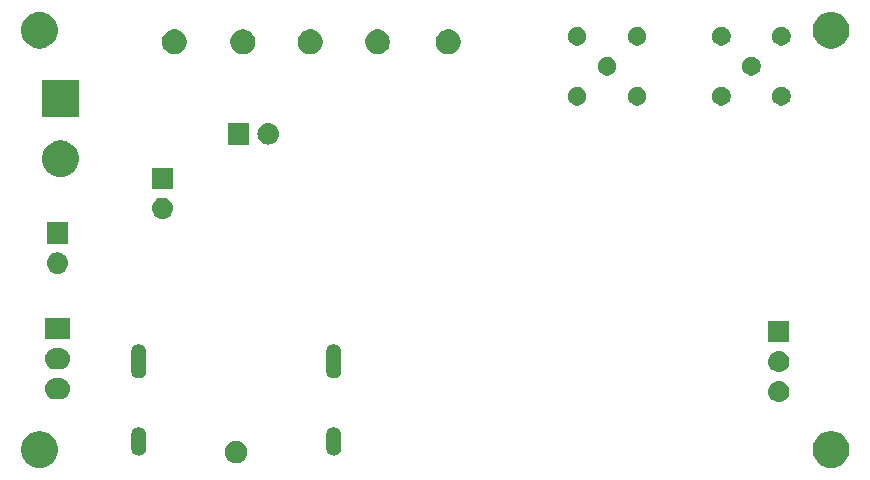
<source format=gbs>
G04 #@! TF.GenerationSoftware,KiCad,Pcbnew,(5.1.4-0-10_14)*
G04 #@! TF.CreationDate,2020-03-06T13:13:34+09:00*
G04 #@! TF.ProjectId,ReadoutBoard_v3_2,52656164-6f75-4744-926f-6172645f7633,rev?*
G04 #@! TF.SameCoordinates,Original*
G04 #@! TF.FileFunction,Soldermask,Bot*
G04 #@! TF.FilePolarity,Negative*
%FSLAX46Y46*%
G04 Gerber Fmt 4.6, Leading zero omitted, Abs format (unit mm)*
G04 Created by KiCad (PCBNEW (5.1.4-0-10_14)) date 2020-03-06 13:13:34*
%MOMM*%
%LPD*%
G04 APERTURE LIST*
%ADD10C,0.100000*%
G04 APERTURE END LIST*
D10*
G36*
X169302585Y-118989602D02*
G01*
X169452410Y-119019404D01*
X169734674Y-119136321D01*
X169988705Y-119306059D01*
X170204741Y-119522095D01*
X170374479Y-119776126D01*
X170491396Y-120058390D01*
X170551000Y-120358040D01*
X170551000Y-120663560D01*
X170491396Y-120963210D01*
X170374479Y-121245474D01*
X170204741Y-121499505D01*
X169988705Y-121715541D01*
X169734674Y-121885279D01*
X169452410Y-122002196D01*
X169302585Y-122031998D01*
X169152761Y-122061800D01*
X168847239Y-122061800D01*
X168697415Y-122031998D01*
X168547590Y-122002196D01*
X168265326Y-121885279D01*
X168011295Y-121715541D01*
X167795259Y-121499505D01*
X167625521Y-121245474D01*
X167508604Y-120963210D01*
X167449000Y-120663560D01*
X167449000Y-120358040D01*
X167508604Y-120058390D01*
X167625521Y-119776126D01*
X167795259Y-119522095D01*
X168011295Y-119306059D01*
X168265326Y-119136321D01*
X168547590Y-119019404D01*
X168697415Y-118989602D01*
X168847239Y-118959800D01*
X169152761Y-118959800D01*
X169302585Y-118989602D01*
X169302585Y-118989602D01*
G37*
G36*
X102302585Y-118989602D02*
G01*
X102452410Y-119019404D01*
X102734674Y-119136321D01*
X102988705Y-119306059D01*
X103204741Y-119522095D01*
X103374479Y-119776126D01*
X103491396Y-120058390D01*
X103551000Y-120358040D01*
X103551000Y-120663560D01*
X103491396Y-120963210D01*
X103374479Y-121245474D01*
X103204741Y-121499505D01*
X102988705Y-121715541D01*
X102734674Y-121885279D01*
X102452410Y-122002196D01*
X102302585Y-122031998D01*
X102152761Y-122061800D01*
X101847239Y-122061800D01*
X101697415Y-122031998D01*
X101547590Y-122002196D01*
X101265326Y-121885279D01*
X101011295Y-121715541D01*
X100795259Y-121499505D01*
X100625521Y-121245474D01*
X100508604Y-120963210D01*
X100449000Y-120663560D01*
X100449000Y-120358040D01*
X100508604Y-120058390D01*
X100625521Y-119776126D01*
X100795259Y-119522095D01*
X101011295Y-119306059D01*
X101265326Y-119136321D01*
X101547590Y-119019404D01*
X101697415Y-118989602D01*
X101847239Y-118959800D01*
X102152761Y-118959800D01*
X102302585Y-118989602D01*
X102302585Y-118989602D01*
G37*
G36*
X118920795Y-119795546D02*
G01*
X119093866Y-119867234D01*
X119093867Y-119867235D01*
X119249627Y-119971310D01*
X119382090Y-120103773D01*
X119382091Y-120103775D01*
X119486166Y-120259534D01*
X119557854Y-120432605D01*
X119594400Y-120616333D01*
X119594400Y-120803667D01*
X119557854Y-120987395D01*
X119486166Y-121160466D01*
X119486165Y-121160467D01*
X119382090Y-121316227D01*
X119249627Y-121448690D01*
X119173578Y-121499504D01*
X119093866Y-121552766D01*
X118920795Y-121624454D01*
X118737067Y-121661000D01*
X118549733Y-121661000D01*
X118366005Y-121624454D01*
X118192934Y-121552766D01*
X118113222Y-121499504D01*
X118037173Y-121448690D01*
X117904710Y-121316227D01*
X117800635Y-121160467D01*
X117800634Y-121160466D01*
X117728946Y-120987395D01*
X117692400Y-120803667D01*
X117692400Y-120616333D01*
X117728946Y-120432605D01*
X117800634Y-120259534D01*
X117904709Y-120103775D01*
X117904710Y-120103773D01*
X118037173Y-119971310D01*
X118192933Y-119867235D01*
X118192934Y-119867234D01*
X118366005Y-119795546D01*
X118549733Y-119759000D01*
X118737067Y-119759000D01*
X118920795Y-119795546D01*
X118920795Y-119795546D01*
G37*
G36*
X127031017Y-118618420D02*
G01*
X127121803Y-118645960D01*
X127153735Y-118655646D01*
X127266824Y-118716094D01*
X127365954Y-118797447D01*
X127447306Y-118896575D01*
X127507754Y-119009664D01*
X127517440Y-119041596D01*
X127544980Y-119132382D01*
X127554400Y-119228027D01*
X127554400Y-120391973D01*
X127544980Y-120487618D01*
X127517440Y-120578404D01*
X127507754Y-120610336D01*
X127447306Y-120723425D01*
X127365954Y-120822554D01*
X127266825Y-120903906D01*
X127153736Y-120964354D01*
X127121804Y-120974040D01*
X127031018Y-121001580D01*
X126903400Y-121014149D01*
X126775783Y-121001580D01*
X126684997Y-120974040D01*
X126653065Y-120964354D01*
X126539976Y-120903906D01*
X126440847Y-120822554D01*
X126359495Y-120723425D01*
X126299047Y-120610336D01*
X126289361Y-120578404D01*
X126261821Y-120487618D01*
X126252401Y-120391973D01*
X126252400Y-119228028D01*
X126261820Y-119132383D01*
X126299045Y-119009669D01*
X126299046Y-119009665D01*
X126359494Y-118896576D01*
X126440847Y-118797446D01*
X126539975Y-118716094D01*
X126653064Y-118655646D01*
X126684996Y-118645960D01*
X126775782Y-118618420D01*
X126903400Y-118605851D01*
X127031017Y-118618420D01*
X127031017Y-118618420D01*
G37*
G36*
X110521017Y-118618420D02*
G01*
X110611803Y-118645960D01*
X110643735Y-118655646D01*
X110756824Y-118716094D01*
X110855954Y-118797447D01*
X110937306Y-118896575D01*
X110997754Y-119009664D01*
X111007440Y-119041596D01*
X111034980Y-119132382D01*
X111044400Y-119228027D01*
X111044400Y-120391973D01*
X111034980Y-120487618D01*
X111007440Y-120578404D01*
X110997754Y-120610336D01*
X110937306Y-120723425D01*
X110855954Y-120822554D01*
X110756825Y-120903906D01*
X110643736Y-120964354D01*
X110611804Y-120974040D01*
X110521018Y-121001580D01*
X110393400Y-121014149D01*
X110265783Y-121001580D01*
X110174997Y-120974040D01*
X110143065Y-120964354D01*
X110029976Y-120903906D01*
X109930847Y-120822554D01*
X109849495Y-120723425D01*
X109789047Y-120610336D01*
X109779361Y-120578404D01*
X109751821Y-120487618D01*
X109742401Y-120391973D01*
X109742400Y-119228028D01*
X109751820Y-119132383D01*
X109789045Y-119009669D01*
X109789046Y-119009665D01*
X109849494Y-118896576D01*
X109930847Y-118797446D01*
X110029975Y-118716094D01*
X110143064Y-118655646D01*
X110174996Y-118645960D01*
X110265782Y-118618420D01*
X110393400Y-118605851D01*
X110521017Y-118618420D01*
X110521017Y-118618420D01*
G37*
G36*
X164677043Y-114700919D02*
G01*
X164743227Y-114707437D01*
X164913066Y-114758957D01*
X165069591Y-114842622D01*
X165105329Y-114871952D01*
X165206786Y-114955214D01*
X165290048Y-115056671D01*
X165319378Y-115092409D01*
X165403043Y-115248934D01*
X165454563Y-115418773D01*
X165471959Y-115595400D01*
X165454563Y-115772027D01*
X165403043Y-115941866D01*
X165319378Y-116098391D01*
X165290048Y-116134129D01*
X165206786Y-116235586D01*
X165105329Y-116318848D01*
X165069591Y-116348178D01*
X164913066Y-116431843D01*
X164743227Y-116483363D01*
X164677042Y-116489882D01*
X164610860Y-116496400D01*
X164522340Y-116496400D01*
X164456158Y-116489882D01*
X164389973Y-116483363D01*
X164220134Y-116431843D01*
X164063609Y-116348178D01*
X164027871Y-116318848D01*
X163926414Y-116235586D01*
X163843152Y-116134129D01*
X163813822Y-116098391D01*
X163730157Y-115941866D01*
X163678637Y-115772027D01*
X163661241Y-115595400D01*
X163678637Y-115418773D01*
X163730157Y-115248934D01*
X163813822Y-115092409D01*
X163843152Y-115056671D01*
X163926414Y-114955214D01*
X164027871Y-114871952D01*
X164063609Y-114842622D01*
X164220134Y-114758957D01*
X164389973Y-114707437D01*
X164456157Y-114700919D01*
X164522340Y-114694400D01*
X164610860Y-114694400D01*
X164677043Y-114700919D01*
X164677043Y-114700919D01*
G37*
G36*
X103815343Y-114436761D02*
G01*
X103834568Y-114438654D01*
X104007234Y-114491032D01*
X104166365Y-114576089D01*
X104305844Y-114690556D01*
X104420311Y-114830035D01*
X104505368Y-114989166D01*
X104505368Y-114989167D01*
X104536687Y-115092409D01*
X104557746Y-115161833D01*
X104575432Y-115341400D01*
X104557746Y-115520967D01*
X104505368Y-115693634D01*
X104420311Y-115852765D01*
X104305844Y-115992244D01*
X104166365Y-116106711D01*
X104007234Y-116191768D01*
X103920900Y-116217957D01*
X103834568Y-116244146D01*
X103815343Y-116246039D01*
X103699998Y-116257400D01*
X103310002Y-116257400D01*
X103194657Y-116246039D01*
X103175432Y-116244146D01*
X103089100Y-116217957D01*
X103002766Y-116191768D01*
X102843635Y-116106711D01*
X102704156Y-115992244D01*
X102589689Y-115852765D01*
X102504632Y-115693634D01*
X102452254Y-115520967D01*
X102434568Y-115341400D01*
X102452254Y-115161833D01*
X102473314Y-115092409D01*
X102504632Y-114989167D01*
X102504632Y-114989166D01*
X102589689Y-114830035D01*
X102704156Y-114690556D01*
X102843635Y-114576089D01*
X103002766Y-114491032D01*
X103175432Y-114438654D01*
X103194657Y-114436761D01*
X103310002Y-114425400D01*
X103699998Y-114425400D01*
X103815343Y-114436761D01*
X103815343Y-114436761D01*
G37*
G36*
X110521017Y-111588420D02*
G01*
X110611803Y-111615960D01*
X110643735Y-111625646D01*
X110756824Y-111686094D01*
X110855954Y-111767447D01*
X110937306Y-111866575D01*
X110997754Y-111979664D01*
X111007440Y-112011596D01*
X111034980Y-112102382D01*
X111044400Y-112198027D01*
X111044400Y-113861973D01*
X111034980Y-113957618D01*
X111007440Y-114048404D01*
X110997754Y-114080336D01*
X110937306Y-114193425D01*
X110855954Y-114292554D01*
X110756825Y-114373906D01*
X110643736Y-114434354D01*
X110611804Y-114444040D01*
X110521018Y-114471580D01*
X110393400Y-114484149D01*
X110265783Y-114471580D01*
X110174997Y-114444040D01*
X110143065Y-114434354D01*
X110029976Y-114373906D01*
X109930847Y-114292554D01*
X109849495Y-114193425D01*
X109789047Y-114080336D01*
X109779361Y-114048404D01*
X109751821Y-113957618D01*
X109742401Y-113861973D01*
X109742400Y-112198028D01*
X109751820Y-112102383D01*
X109789045Y-111979669D01*
X109789046Y-111979665D01*
X109849494Y-111866576D01*
X109930847Y-111767446D01*
X110029975Y-111686094D01*
X110143064Y-111625646D01*
X110174996Y-111615960D01*
X110265782Y-111588420D01*
X110393400Y-111575851D01*
X110521017Y-111588420D01*
X110521017Y-111588420D01*
G37*
G36*
X127031017Y-111588420D02*
G01*
X127121803Y-111615960D01*
X127153735Y-111625646D01*
X127266824Y-111686094D01*
X127365954Y-111767447D01*
X127447306Y-111866575D01*
X127507754Y-111979664D01*
X127517440Y-112011596D01*
X127544980Y-112102382D01*
X127554400Y-112198027D01*
X127554400Y-113861973D01*
X127544980Y-113957618D01*
X127517440Y-114048404D01*
X127507754Y-114080336D01*
X127447306Y-114193425D01*
X127365954Y-114292554D01*
X127266825Y-114373906D01*
X127153736Y-114434354D01*
X127121804Y-114444040D01*
X127031018Y-114471580D01*
X126903400Y-114484149D01*
X126775783Y-114471580D01*
X126684997Y-114444040D01*
X126653065Y-114434354D01*
X126539976Y-114373906D01*
X126440847Y-114292554D01*
X126359495Y-114193425D01*
X126299047Y-114080336D01*
X126289361Y-114048404D01*
X126261821Y-113957618D01*
X126252401Y-113861973D01*
X126252400Y-112198028D01*
X126261820Y-112102383D01*
X126299045Y-111979669D01*
X126299046Y-111979665D01*
X126359494Y-111866576D01*
X126440847Y-111767446D01*
X126539975Y-111686094D01*
X126653064Y-111625646D01*
X126684996Y-111615960D01*
X126775782Y-111588420D01*
X126903400Y-111575851D01*
X127031017Y-111588420D01*
X127031017Y-111588420D01*
G37*
G36*
X164677043Y-112160919D02*
G01*
X164743227Y-112167437D01*
X164913066Y-112218957D01*
X165069591Y-112302622D01*
X165105329Y-112331952D01*
X165206786Y-112415214D01*
X165290048Y-112516671D01*
X165319378Y-112552409D01*
X165403043Y-112708934D01*
X165454563Y-112878773D01*
X165471959Y-113055400D01*
X165454563Y-113232027D01*
X165403043Y-113401866D01*
X165319378Y-113558391D01*
X165290048Y-113594129D01*
X165206786Y-113695586D01*
X165105329Y-113778848D01*
X165069591Y-113808178D01*
X164913066Y-113891843D01*
X164743227Y-113943363D01*
X164677043Y-113949881D01*
X164610860Y-113956400D01*
X164522340Y-113956400D01*
X164456157Y-113949881D01*
X164389973Y-113943363D01*
X164220134Y-113891843D01*
X164063609Y-113808178D01*
X164027871Y-113778848D01*
X163926414Y-113695586D01*
X163843152Y-113594129D01*
X163813822Y-113558391D01*
X163730157Y-113401866D01*
X163678637Y-113232027D01*
X163661241Y-113055400D01*
X163678637Y-112878773D01*
X163730157Y-112708934D01*
X163813822Y-112552409D01*
X163843152Y-112516671D01*
X163926414Y-112415214D01*
X164027871Y-112331952D01*
X164063609Y-112302622D01*
X164220134Y-112218957D01*
X164389973Y-112167437D01*
X164456157Y-112160919D01*
X164522340Y-112154400D01*
X164610860Y-112154400D01*
X164677043Y-112160919D01*
X164677043Y-112160919D01*
G37*
G36*
X103815343Y-111896761D02*
G01*
X103834568Y-111898654D01*
X104007234Y-111951032D01*
X104166365Y-112036089D01*
X104305844Y-112150556D01*
X104420311Y-112290035D01*
X104505368Y-112449166D01*
X104505368Y-112449167D01*
X104536687Y-112552409D01*
X104557746Y-112621833D01*
X104575432Y-112801400D01*
X104557746Y-112980967D01*
X104505368Y-113153634D01*
X104420311Y-113312765D01*
X104305844Y-113452244D01*
X104166365Y-113566711D01*
X104007234Y-113651768D01*
X103920900Y-113677957D01*
X103834568Y-113704146D01*
X103815343Y-113706039D01*
X103699998Y-113717400D01*
X103310002Y-113717400D01*
X103194657Y-113706039D01*
X103175432Y-113704146D01*
X103089100Y-113677957D01*
X103002766Y-113651768D01*
X102843635Y-113566711D01*
X102704156Y-113452244D01*
X102589689Y-113312765D01*
X102504632Y-113153634D01*
X102452254Y-112980967D01*
X102434568Y-112801400D01*
X102452254Y-112621833D01*
X102473314Y-112552409D01*
X102504632Y-112449167D01*
X102504632Y-112449166D01*
X102589689Y-112290035D01*
X102704156Y-112150556D01*
X102843635Y-112036089D01*
X103002766Y-111951032D01*
X103175432Y-111898654D01*
X103194657Y-111896761D01*
X103310002Y-111885400D01*
X103699998Y-111885400D01*
X103815343Y-111896761D01*
X103815343Y-111896761D01*
G37*
G36*
X165467600Y-111416400D02*
G01*
X163665600Y-111416400D01*
X163665600Y-109614400D01*
X165467600Y-109614400D01*
X165467600Y-111416400D01*
X165467600Y-111416400D01*
G37*
G36*
X104571000Y-111177400D02*
G01*
X102439000Y-111177400D01*
X102439000Y-109345400D01*
X104571000Y-109345400D01*
X104571000Y-111177400D01*
X104571000Y-111177400D01*
G37*
G36*
X103615443Y-103817019D02*
G01*
X103681627Y-103823537D01*
X103851466Y-103875057D01*
X104007991Y-103958722D01*
X104043729Y-103988052D01*
X104145186Y-104071314D01*
X104228448Y-104172771D01*
X104257778Y-104208509D01*
X104341443Y-104365034D01*
X104392963Y-104534873D01*
X104410359Y-104711500D01*
X104392963Y-104888127D01*
X104341443Y-105057966D01*
X104257778Y-105214491D01*
X104228448Y-105250229D01*
X104145186Y-105351686D01*
X104043729Y-105434948D01*
X104007991Y-105464278D01*
X103851466Y-105547943D01*
X103681627Y-105599463D01*
X103615443Y-105605981D01*
X103549260Y-105612500D01*
X103460740Y-105612500D01*
X103394557Y-105605981D01*
X103328373Y-105599463D01*
X103158534Y-105547943D01*
X103002009Y-105464278D01*
X102966271Y-105434948D01*
X102864814Y-105351686D01*
X102781552Y-105250229D01*
X102752222Y-105214491D01*
X102668557Y-105057966D01*
X102617037Y-104888127D01*
X102599641Y-104711500D01*
X102617037Y-104534873D01*
X102668557Y-104365034D01*
X102752222Y-104208509D01*
X102781552Y-104172771D01*
X102864814Y-104071314D01*
X102966271Y-103988052D01*
X103002009Y-103958722D01*
X103158534Y-103875057D01*
X103328373Y-103823537D01*
X103394558Y-103817018D01*
X103460740Y-103810500D01*
X103549260Y-103810500D01*
X103615443Y-103817019D01*
X103615443Y-103817019D01*
G37*
G36*
X104406000Y-103072500D02*
G01*
X102604000Y-103072500D01*
X102604000Y-101270500D01*
X104406000Y-101270500D01*
X104406000Y-103072500D01*
X104406000Y-103072500D01*
G37*
G36*
X112505442Y-99168818D02*
G01*
X112571627Y-99175337D01*
X112741466Y-99226857D01*
X112897991Y-99310522D01*
X112933729Y-99339852D01*
X113035186Y-99423114D01*
X113118448Y-99524571D01*
X113147778Y-99560309D01*
X113231443Y-99716834D01*
X113282963Y-99886673D01*
X113300359Y-100063300D01*
X113282963Y-100239927D01*
X113231443Y-100409766D01*
X113147778Y-100566291D01*
X113118448Y-100602029D01*
X113035186Y-100703486D01*
X112933729Y-100786748D01*
X112897991Y-100816078D01*
X112741466Y-100899743D01*
X112571627Y-100951263D01*
X112505443Y-100957781D01*
X112439260Y-100964300D01*
X112350740Y-100964300D01*
X112284557Y-100957781D01*
X112218373Y-100951263D01*
X112048534Y-100899743D01*
X111892009Y-100816078D01*
X111856271Y-100786748D01*
X111754814Y-100703486D01*
X111671552Y-100602029D01*
X111642222Y-100566291D01*
X111558557Y-100409766D01*
X111507037Y-100239927D01*
X111489641Y-100063300D01*
X111507037Y-99886673D01*
X111558557Y-99716834D01*
X111642222Y-99560309D01*
X111671552Y-99524571D01*
X111754814Y-99423114D01*
X111856271Y-99339852D01*
X111892009Y-99310522D01*
X112048534Y-99226857D01*
X112218373Y-99175337D01*
X112284557Y-99168819D01*
X112350740Y-99162300D01*
X112439260Y-99162300D01*
X112505442Y-99168818D01*
X112505442Y-99168818D01*
G37*
G36*
X113296000Y-98424300D02*
G01*
X111494000Y-98424300D01*
X111494000Y-96622300D01*
X113296000Y-96622300D01*
X113296000Y-98424300D01*
X113296000Y-98424300D01*
G37*
G36*
X104061585Y-94363802D02*
G01*
X104211410Y-94393604D01*
X104493674Y-94510521D01*
X104747705Y-94680259D01*
X104963741Y-94896295D01*
X105133479Y-95150326D01*
X105250396Y-95432590D01*
X105310000Y-95732240D01*
X105310000Y-96037760D01*
X105250396Y-96337410D01*
X105133479Y-96619674D01*
X104963741Y-96873705D01*
X104747705Y-97089741D01*
X104493674Y-97259479D01*
X104211410Y-97376396D01*
X104061585Y-97406198D01*
X103911761Y-97436000D01*
X103606239Y-97436000D01*
X103456415Y-97406198D01*
X103306590Y-97376396D01*
X103024326Y-97259479D01*
X102770295Y-97089741D01*
X102554259Y-96873705D01*
X102384521Y-96619674D01*
X102267604Y-96337410D01*
X102208000Y-96037760D01*
X102208000Y-95732240D01*
X102267604Y-95432590D01*
X102384521Y-95150326D01*
X102554259Y-94896295D01*
X102770295Y-94680259D01*
X103024326Y-94510521D01*
X103306590Y-94393604D01*
X103456415Y-94363802D01*
X103606239Y-94334000D01*
X103911761Y-94334000D01*
X104061585Y-94363802D01*
X104061585Y-94363802D01*
G37*
G36*
X119709500Y-94677800D02*
G01*
X117907500Y-94677800D01*
X117907500Y-92875800D01*
X119709500Y-92875800D01*
X119709500Y-94677800D01*
X119709500Y-94677800D01*
G37*
G36*
X121458942Y-92882318D02*
G01*
X121525127Y-92888837D01*
X121694966Y-92940357D01*
X121851491Y-93024022D01*
X121887229Y-93053352D01*
X121988686Y-93136614D01*
X122071948Y-93238071D01*
X122101278Y-93273809D01*
X122184943Y-93430334D01*
X122236463Y-93600173D01*
X122253859Y-93776800D01*
X122236463Y-93953427D01*
X122184943Y-94123266D01*
X122101278Y-94279791D01*
X122071948Y-94315529D01*
X121988686Y-94416986D01*
X121887229Y-94500248D01*
X121851491Y-94529578D01*
X121694966Y-94613243D01*
X121525127Y-94664763D01*
X121458943Y-94671281D01*
X121392760Y-94677800D01*
X121304240Y-94677800D01*
X121238057Y-94671281D01*
X121171873Y-94664763D01*
X121002034Y-94613243D01*
X120845509Y-94529578D01*
X120809771Y-94500248D01*
X120708314Y-94416986D01*
X120625052Y-94315529D01*
X120595722Y-94279791D01*
X120512057Y-94123266D01*
X120460537Y-93953427D01*
X120443141Y-93776800D01*
X120460537Y-93600173D01*
X120512057Y-93430334D01*
X120595722Y-93273809D01*
X120625052Y-93238071D01*
X120708314Y-93136614D01*
X120809771Y-93053352D01*
X120845509Y-93024022D01*
X121002034Y-92940357D01*
X121171873Y-92888837D01*
X121238058Y-92882318D01*
X121304240Y-92875800D01*
X121392760Y-92875800D01*
X121458942Y-92882318D01*
X121458942Y-92882318D01*
G37*
G36*
X105310000Y-92356000D02*
G01*
X102208000Y-92356000D01*
X102208000Y-89254000D01*
X105310000Y-89254000D01*
X105310000Y-92356000D01*
X105310000Y-92356000D01*
G37*
G36*
X159948842Y-89806181D02*
G01*
X160094614Y-89866562D01*
X160094616Y-89866563D01*
X160225808Y-89954222D01*
X160337378Y-90065792D01*
X160425037Y-90196984D01*
X160425038Y-90196986D01*
X160485419Y-90342758D01*
X160516200Y-90497507D01*
X160516200Y-90655293D01*
X160485419Y-90810042D01*
X160425038Y-90955814D01*
X160425037Y-90955816D01*
X160337378Y-91087008D01*
X160225808Y-91198578D01*
X160094616Y-91286237D01*
X160094615Y-91286238D01*
X160094614Y-91286238D01*
X159948842Y-91346619D01*
X159794093Y-91377400D01*
X159636307Y-91377400D01*
X159481558Y-91346619D01*
X159335786Y-91286238D01*
X159335785Y-91286238D01*
X159335784Y-91286237D01*
X159204592Y-91198578D01*
X159093022Y-91087008D01*
X159005363Y-90955816D01*
X159005362Y-90955814D01*
X158944981Y-90810042D01*
X158914200Y-90655293D01*
X158914200Y-90497507D01*
X158944981Y-90342758D01*
X159005362Y-90196986D01*
X159005363Y-90196984D01*
X159093022Y-90065792D01*
X159204592Y-89954222D01*
X159335784Y-89866563D01*
X159335786Y-89866562D01*
X159481558Y-89806181D01*
X159636307Y-89775400D01*
X159794093Y-89775400D01*
X159948842Y-89806181D01*
X159948842Y-89806181D01*
G37*
G36*
X165028842Y-89806181D02*
G01*
X165174614Y-89866562D01*
X165174616Y-89866563D01*
X165305808Y-89954222D01*
X165417378Y-90065792D01*
X165505037Y-90196984D01*
X165505038Y-90196986D01*
X165565419Y-90342758D01*
X165596200Y-90497507D01*
X165596200Y-90655293D01*
X165565419Y-90810042D01*
X165505038Y-90955814D01*
X165505037Y-90955816D01*
X165417378Y-91087008D01*
X165305808Y-91198578D01*
X165174616Y-91286237D01*
X165174615Y-91286238D01*
X165174614Y-91286238D01*
X165028842Y-91346619D01*
X164874093Y-91377400D01*
X164716307Y-91377400D01*
X164561558Y-91346619D01*
X164415786Y-91286238D01*
X164415785Y-91286238D01*
X164415784Y-91286237D01*
X164284592Y-91198578D01*
X164173022Y-91087008D01*
X164085363Y-90955816D01*
X164085362Y-90955814D01*
X164024981Y-90810042D01*
X163994200Y-90655293D01*
X163994200Y-90497507D01*
X164024981Y-90342758D01*
X164085362Y-90196986D01*
X164085363Y-90196984D01*
X164173022Y-90065792D01*
X164284592Y-89954222D01*
X164415784Y-89866563D01*
X164415786Y-89866562D01*
X164561558Y-89806181D01*
X164716307Y-89775400D01*
X164874093Y-89775400D01*
X165028842Y-89806181D01*
X165028842Y-89806181D01*
G37*
G36*
X152811442Y-89806181D02*
G01*
X152957214Y-89866562D01*
X152957216Y-89866563D01*
X153088408Y-89954222D01*
X153199978Y-90065792D01*
X153287637Y-90196984D01*
X153287638Y-90196986D01*
X153348019Y-90342758D01*
X153378800Y-90497507D01*
X153378800Y-90655293D01*
X153348019Y-90810042D01*
X153287638Y-90955814D01*
X153287637Y-90955816D01*
X153199978Y-91087008D01*
X153088408Y-91198578D01*
X152957216Y-91286237D01*
X152957215Y-91286238D01*
X152957214Y-91286238D01*
X152811442Y-91346619D01*
X152656693Y-91377400D01*
X152498907Y-91377400D01*
X152344158Y-91346619D01*
X152198386Y-91286238D01*
X152198385Y-91286238D01*
X152198384Y-91286237D01*
X152067192Y-91198578D01*
X151955622Y-91087008D01*
X151867963Y-90955816D01*
X151867962Y-90955814D01*
X151807581Y-90810042D01*
X151776800Y-90655293D01*
X151776800Y-90497507D01*
X151807581Y-90342758D01*
X151867962Y-90196986D01*
X151867963Y-90196984D01*
X151955622Y-90065792D01*
X152067192Y-89954222D01*
X152198384Y-89866563D01*
X152198386Y-89866562D01*
X152344158Y-89806181D01*
X152498907Y-89775400D01*
X152656693Y-89775400D01*
X152811442Y-89806181D01*
X152811442Y-89806181D01*
G37*
G36*
X147731442Y-89806181D02*
G01*
X147877214Y-89866562D01*
X147877216Y-89866563D01*
X148008408Y-89954222D01*
X148119978Y-90065792D01*
X148207637Y-90196984D01*
X148207638Y-90196986D01*
X148268019Y-90342758D01*
X148298800Y-90497507D01*
X148298800Y-90655293D01*
X148268019Y-90810042D01*
X148207638Y-90955814D01*
X148207637Y-90955816D01*
X148119978Y-91087008D01*
X148008408Y-91198578D01*
X147877216Y-91286237D01*
X147877215Y-91286238D01*
X147877214Y-91286238D01*
X147731442Y-91346619D01*
X147576693Y-91377400D01*
X147418907Y-91377400D01*
X147264158Y-91346619D01*
X147118386Y-91286238D01*
X147118385Y-91286238D01*
X147118384Y-91286237D01*
X146987192Y-91198578D01*
X146875622Y-91087008D01*
X146787963Y-90955816D01*
X146787962Y-90955814D01*
X146727581Y-90810042D01*
X146696800Y-90655293D01*
X146696800Y-90497507D01*
X146727581Y-90342758D01*
X146787962Y-90196986D01*
X146787963Y-90196984D01*
X146875622Y-90065792D01*
X146987192Y-89954222D01*
X147118384Y-89866563D01*
X147118386Y-89866562D01*
X147264158Y-89806181D01*
X147418907Y-89775400D01*
X147576693Y-89775400D01*
X147731442Y-89806181D01*
X147731442Y-89806181D01*
G37*
G36*
X162488842Y-87266181D02*
G01*
X162634614Y-87326562D01*
X162634616Y-87326563D01*
X162765808Y-87414222D01*
X162877378Y-87525792D01*
X162965037Y-87656984D01*
X162965038Y-87656986D01*
X163025419Y-87802758D01*
X163056200Y-87957507D01*
X163056200Y-88115293D01*
X163025419Y-88270042D01*
X162965038Y-88415814D01*
X162965037Y-88415816D01*
X162877378Y-88547008D01*
X162765808Y-88658578D01*
X162634616Y-88746237D01*
X162634615Y-88746238D01*
X162634614Y-88746238D01*
X162488842Y-88806619D01*
X162334093Y-88837400D01*
X162176307Y-88837400D01*
X162021558Y-88806619D01*
X161875786Y-88746238D01*
X161875785Y-88746238D01*
X161875784Y-88746237D01*
X161744592Y-88658578D01*
X161633022Y-88547008D01*
X161545363Y-88415816D01*
X161545362Y-88415814D01*
X161484981Y-88270042D01*
X161454200Y-88115293D01*
X161454200Y-87957507D01*
X161484981Y-87802758D01*
X161545362Y-87656986D01*
X161545363Y-87656984D01*
X161633022Y-87525792D01*
X161744592Y-87414222D01*
X161875784Y-87326563D01*
X161875786Y-87326562D01*
X162021558Y-87266181D01*
X162176307Y-87235400D01*
X162334093Y-87235400D01*
X162488842Y-87266181D01*
X162488842Y-87266181D01*
G37*
G36*
X150271442Y-87266181D02*
G01*
X150417214Y-87326562D01*
X150417216Y-87326563D01*
X150548408Y-87414222D01*
X150659978Y-87525792D01*
X150747637Y-87656984D01*
X150747638Y-87656986D01*
X150808019Y-87802758D01*
X150838800Y-87957507D01*
X150838800Y-88115293D01*
X150808019Y-88270042D01*
X150747638Y-88415814D01*
X150747637Y-88415816D01*
X150659978Y-88547008D01*
X150548408Y-88658578D01*
X150417216Y-88746237D01*
X150417215Y-88746238D01*
X150417214Y-88746238D01*
X150271442Y-88806619D01*
X150116693Y-88837400D01*
X149958907Y-88837400D01*
X149804158Y-88806619D01*
X149658386Y-88746238D01*
X149658385Y-88746238D01*
X149658384Y-88746237D01*
X149527192Y-88658578D01*
X149415622Y-88547008D01*
X149327963Y-88415816D01*
X149327962Y-88415814D01*
X149267581Y-88270042D01*
X149236800Y-88115293D01*
X149236800Y-87957507D01*
X149267581Y-87802758D01*
X149327962Y-87656986D01*
X149327963Y-87656984D01*
X149415622Y-87525792D01*
X149527192Y-87414222D01*
X149658384Y-87326563D01*
X149658386Y-87326562D01*
X149804158Y-87266181D01*
X149958907Y-87235400D01*
X150116693Y-87235400D01*
X150271442Y-87266181D01*
X150271442Y-87266181D01*
G37*
G36*
X136907764Y-84968389D02*
G01*
X137099033Y-85047615D01*
X137099035Y-85047616D01*
X137271173Y-85162635D01*
X137417565Y-85309027D01*
X137513371Y-85452410D01*
X137532585Y-85481167D01*
X137611811Y-85672436D01*
X137652200Y-85875484D01*
X137652200Y-86082516D01*
X137611811Y-86285564D01*
X137606908Y-86297400D01*
X137532584Y-86476835D01*
X137417565Y-86648973D01*
X137271173Y-86795365D01*
X137099035Y-86910384D01*
X137099034Y-86910385D01*
X137099033Y-86910385D01*
X136907764Y-86989611D01*
X136704716Y-87030000D01*
X136497684Y-87030000D01*
X136294636Y-86989611D01*
X136103367Y-86910385D01*
X136103366Y-86910385D01*
X136103365Y-86910384D01*
X135931227Y-86795365D01*
X135784835Y-86648973D01*
X135669816Y-86476835D01*
X135595492Y-86297400D01*
X135590589Y-86285564D01*
X135550200Y-86082516D01*
X135550200Y-85875484D01*
X135590589Y-85672436D01*
X135669815Y-85481167D01*
X135689030Y-85452410D01*
X135784835Y-85309027D01*
X135931227Y-85162635D01*
X136103365Y-85047616D01*
X136103367Y-85047615D01*
X136294636Y-84968389D01*
X136497684Y-84928000D01*
X136704716Y-84928000D01*
X136907764Y-84968389D01*
X136907764Y-84968389D01*
G37*
G36*
X113717564Y-84968389D02*
G01*
X113908833Y-85047615D01*
X113908835Y-85047616D01*
X114080973Y-85162635D01*
X114227365Y-85309027D01*
X114323171Y-85452410D01*
X114342385Y-85481167D01*
X114421611Y-85672436D01*
X114462000Y-85875484D01*
X114462000Y-86082516D01*
X114421611Y-86285564D01*
X114416708Y-86297400D01*
X114342384Y-86476835D01*
X114227365Y-86648973D01*
X114080973Y-86795365D01*
X113908835Y-86910384D01*
X113908834Y-86910385D01*
X113908833Y-86910385D01*
X113717564Y-86989611D01*
X113514516Y-87030000D01*
X113307484Y-87030000D01*
X113104436Y-86989611D01*
X112913167Y-86910385D01*
X112913166Y-86910385D01*
X112913165Y-86910384D01*
X112741027Y-86795365D01*
X112594635Y-86648973D01*
X112479616Y-86476835D01*
X112405292Y-86297400D01*
X112400389Y-86285564D01*
X112360000Y-86082516D01*
X112360000Y-85875484D01*
X112400389Y-85672436D01*
X112479615Y-85481167D01*
X112498830Y-85452410D01*
X112594635Y-85309027D01*
X112741027Y-85162635D01*
X112913165Y-85047616D01*
X112913167Y-85047615D01*
X113104436Y-84968389D01*
X113307484Y-84928000D01*
X113514516Y-84928000D01*
X113717564Y-84968389D01*
X113717564Y-84968389D01*
G37*
G36*
X119508764Y-84968389D02*
G01*
X119700033Y-85047615D01*
X119700035Y-85047616D01*
X119872173Y-85162635D01*
X120018565Y-85309027D01*
X120114371Y-85452410D01*
X120133585Y-85481167D01*
X120212811Y-85672436D01*
X120253200Y-85875484D01*
X120253200Y-86082516D01*
X120212811Y-86285564D01*
X120207908Y-86297400D01*
X120133584Y-86476835D01*
X120018565Y-86648973D01*
X119872173Y-86795365D01*
X119700035Y-86910384D01*
X119700034Y-86910385D01*
X119700033Y-86910385D01*
X119508764Y-86989611D01*
X119305716Y-87030000D01*
X119098684Y-87030000D01*
X118895636Y-86989611D01*
X118704367Y-86910385D01*
X118704366Y-86910385D01*
X118704365Y-86910384D01*
X118532227Y-86795365D01*
X118385835Y-86648973D01*
X118270816Y-86476835D01*
X118196492Y-86297400D01*
X118191589Y-86285564D01*
X118151200Y-86082516D01*
X118151200Y-85875484D01*
X118191589Y-85672436D01*
X118270815Y-85481167D01*
X118290030Y-85452410D01*
X118385835Y-85309027D01*
X118532227Y-85162635D01*
X118704365Y-85047616D01*
X118704367Y-85047615D01*
X118895636Y-84968389D01*
X119098684Y-84928000D01*
X119305716Y-84928000D01*
X119508764Y-84968389D01*
X119508764Y-84968389D01*
G37*
G36*
X125223764Y-84968389D02*
G01*
X125415033Y-85047615D01*
X125415035Y-85047616D01*
X125587173Y-85162635D01*
X125733565Y-85309027D01*
X125829371Y-85452410D01*
X125848585Y-85481167D01*
X125927811Y-85672436D01*
X125968200Y-85875484D01*
X125968200Y-86082516D01*
X125927811Y-86285564D01*
X125922908Y-86297400D01*
X125848584Y-86476835D01*
X125733565Y-86648973D01*
X125587173Y-86795365D01*
X125415035Y-86910384D01*
X125415034Y-86910385D01*
X125415033Y-86910385D01*
X125223764Y-86989611D01*
X125020716Y-87030000D01*
X124813684Y-87030000D01*
X124610636Y-86989611D01*
X124419367Y-86910385D01*
X124419366Y-86910385D01*
X124419365Y-86910384D01*
X124247227Y-86795365D01*
X124100835Y-86648973D01*
X123985816Y-86476835D01*
X123911492Y-86297400D01*
X123906589Y-86285564D01*
X123866200Y-86082516D01*
X123866200Y-85875484D01*
X123906589Y-85672436D01*
X123985815Y-85481167D01*
X124005030Y-85452410D01*
X124100835Y-85309027D01*
X124247227Y-85162635D01*
X124419365Y-85047616D01*
X124419367Y-85047615D01*
X124610636Y-84968389D01*
X124813684Y-84928000D01*
X125020716Y-84928000D01*
X125223764Y-84968389D01*
X125223764Y-84968389D01*
G37*
G36*
X130913364Y-84968389D02*
G01*
X131104633Y-85047615D01*
X131104635Y-85047616D01*
X131276773Y-85162635D01*
X131423165Y-85309027D01*
X131518971Y-85452410D01*
X131538185Y-85481167D01*
X131617411Y-85672436D01*
X131657800Y-85875484D01*
X131657800Y-86082516D01*
X131617411Y-86285564D01*
X131612508Y-86297400D01*
X131538184Y-86476835D01*
X131423165Y-86648973D01*
X131276773Y-86795365D01*
X131104635Y-86910384D01*
X131104634Y-86910385D01*
X131104633Y-86910385D01*
X130913364Y-86989611D01*
X130710316Y-87030000D01*
X130503284Y-87030000D01*
X130300236Y-86989611D01*
X130108967Y-86910385D01*
X130108966Y-86910385D01*
X130108965Y-86910384D01*
X129936827Y-86795365D01*
X129790435Y-86648973D01*
X129675416Y-86476835D01*
X129601092Y-86297400D01*
X129596189Y-86285564D01*
X129555800Y-86082516D01*
X129555800Y-85875484D01*
X129596189Y-85672436D01*
X129675415Y-85481167D01*
X129694630Y-85452410D01*
X129790435Y-85309027D01*
X129936827Y-85162635D01*
X130108965Y-85047616D01*
X130108967Y-85047615D01*
X130300236Y-84968389D01*
X130503284Y-84928000D01*
X130710316Y-84928000D01*
X130913364Y-84968389D01*
X130913364Y-84968389D01*
G37*
G36*
X102302585Y-83478802D02*
G01*
X102452410Y-83508604D01*
X102734674Y-83625521D01*
X102988705Y-83795259D01*
X103204741Y-84011295D01*
X103374479Y-84265326D01*
X103491396Y-84547590D01*
X103491396Y-84547591D01*
X103538931Y-84786562D01*
X103551000Y-84847240D01*
X103551000Y-85152760D01*
X103491396Y-85452410D01*
X103374479Y-85734674D01*
X103204741Y-85988705D01*
X102988705Y-86204741D01*
X102734674Y-86374479D01*
X102452410Y-86491396D01*
X102302585Y-86521198D01*
X102152761Y-86551000D01*
X101847239Y-86551000D01*
X101697415Y-86521198D01*
X101547590Y-86491396D01*
X101265326Y-86374479D01*
X101011295Y-86204741D01*
X100795259Y-85988705D01*
X100625521Y-85734674D01*
X100508604Y-85452410D01*
X100449000Y-85152760D01*
X100449000Y-84847240D01*
X100461070Y-84786562D01*
X100508604Y-84547591D01*
X100508604Y-84547590D01*
X100625521Y-84265326D01*
X100795259Y-84011295D01*
X101011295Y-83795259D01*
X101265326Y-83625521D01*
X101547590Y-83508604D01*
X101697415Y-83478802D01*
X101847239Y-83449000D01*
X102152761Y-83449000D01*
X102302585Y-83478802D01*
X102302585Y-83478802D01*
G37*
G36*
X169302585Y-83478802D02*
G01*
X169452410Y-83508604D01*
X169734674Y-83625521D01*
X169988705Y-83795259D01*
X170204741Y-84011295D01*
X170374479Y-84265326D01*
X170491396Y-84547590D01*
X170491396Y-84547591D01*
X170538931Y-84786562D01*
X170551000Y-84847240D01*
X170551000Y-85152760D01*
X170491396Y-85452410D01*
X170374479Y-85734674D01*
X170204741Y-85988705D01*
X169988705Y-86204741D01*
X169734674Y-86374479D01*
X169452410Y-86491396D01*
X169302585Y-86521198D01*
X169152761Y-86551000D01*
X168847239Y-86551000D01*
X168697415Y-86521198D01*
X168547590Y-86491396D01*
X168265326Y-86374479D01*
X168011295Y-86204741D01*
X167795259Y-85988705D01*
X167625521Y-85734674D01*
X167508604Y-85452410D01*
X167449000Y-85152760D01*
X167449000Y-84847240D01*
X167461070Y-84786562D01*
X167508604Y-84547591D01*
X167508604Y-84547590D01*
X167625521Y-84265326D01*
X167795259Y-84011295D01*
X168011295Y-83795259D01*
X168265326Y-83625521D01*
X168547590Y-83508604D01*
X168697415Y-83478802D01*
X168847239Y-83449000D01*
X169152761Y-83449000D01*
X169302585Y-83478802D01*
X169302585Y-83478802D01*
G37*
G36*
X147731442Y-84726181D02*
G01*
X147877214Y-84786562D01*
X147877216Y-84786563D01*
X148008408Y-84874222D01*
X148119978Y-84985792D01*
X148161286Y-85047615D01*
X148207638Y-85116986D01*
X148268019Y-85262758D01*
X148298800Y-85417507D01*
X148298800Y-85575293D01*
X148268019Y-85730042D01*
X148266101Y-85734672D01*
X148207637Y-85875816D01*
X148119978Y-86007008D01*
X148008408Y-86118578D01*
X147877216Y-86206237D01*
X147877215Y-86206238D01*
X147877214Y-86206238D01*
X147731442Y-86266619D01*
X147576693Y-86297400D01*
X147418907Y-86297400D01*
X147264158Y-86266619D01*
X147118386Y-86206238D01*
X147118385Y-86206238D01*
X147118384Y-86206237D01*
X146987192Y-86118578D01*
X146875622Y-86007008D01*
X146787963Y-85875816D01*
X146729499Y-85734672D01*
X146727581Y-85730042D01*
X146696800Y-85575293D01*
X146696800Y-85417507D01*
X146727581Y-85262758D01*
X146787962Y-85116986D01*
X146834314Y-85047615D01*
X146875622Y-84985792D01*
X146987192Y-84874222D01*
X147118384Y-84786563D01*
X147118386Y-84786562D01*
X147264158Y-84726181D01*
X147418907Y-84695400D01*
X147576693Y-84695400D01*
X147731442Y-84726181D01*
X147731442Y-84726181D01*
G37*
G36*
X159948842Y-84726181D02*
G01*
X160094614Y-84786562D01*
X160094616Y-84786563D01*
X160225808Y-84874222D01*
X160337378Y-84985792D01*
X160378686Y-85047615D01*
X160425038Y-85116986D01*
X160485419Y-85262758D01*
X160516200Y-85417507D01*
X160516200Y-85575293D01*
X160485419Y-85730042D01*
X160483501Y-85734672D01*
X160425037Y-85875816D01*
X160337378Y-86007008D01*
X160225808Y-86118578D01*
X160094616Y-86206237D01*
X160094615Y-86206238D01*
X160094614Y-86206238D01*
X159948842Y-86266619D01*
X159794093Y-86297400D01*
X159636307Y-86297400D01*
X159481558Y-86266619D01*
X159335786Y-86206238D01*
X159335785Y-86206238D01*
X159335784Y-86206237D01*
X159204592Y-86118578D01*
X159093022Y-86007008D01*
X159005363Y-85875816D01*
X158946899Y-85734672D01*
X158944981Y-85730042D01*
X158914200Y-85575293D01*
X158914200Y-85417507D01*
X158944981Y-85262758D01*
X159005362Y-85116986D01*
X159051714Y-85047615D01*
X159093022Y-84985792D01*
X159204592Y-84874222D01*
X159335784Y-84786563D01*
X159335786Y-84786562D01*
X159481558Y-84726181D01*
X159636307Y-84695400D01*
X159794093Y-84695400D01*
X159948842Y-84726181D01*
X159948842Y-84726181D01*
G37*
G36*
X165028842Y-84726181D02*
G01*
X165174614Y-84786562D01*
X165174616Y-84786563D01*
X165305808Y-84874222D01*
X165417378Y-84985792D01*
X165458686Y-85047615D01*
X165505038Y-85116986D01*
X165565419Y-85262758D01*
X165596200Y-85417507D01*
X165596200Y-85575293D01*
X165565419Y-85730042D01*
X165563501Y-85734672D01*
X165505037Y-85875816D01*
X165417378Y-86007008D01*
X165305808Y-86118578D01*
X165174616Y-86206237D01*
X165174615Y-86206238D01*
X165174614Y-86206238D01*
X165028842Y-86266619D01*
X164874093Y-86297400D01*
X164716307Y-86297400D01*
X164561558Y-86266619D01*
X164415786Y-86206238D01*
X164415785Y-86206238D01*
X164415784Y-86206237D01*
X164284592Y-86118578D01*
X164173022Y-86007008D01*
X164085363Y-85875816D01*
X164026899Y-85734672D01*
X164024981Y-85730042D01*
X163994200Y-85575293D01*
X163994200Y-85417507D01*
X164024981Y-85262758D01*
X164085362Y-85116986D01*
X164131714Y-85047615D01*
X164173022Y-84985792D01*
X164284592Y-84874222D01*
X164415784Y-84786563D01*
X164415786Y-84786562D01*
X164561558Y-84726181D01*
X164716307Y-84695400D01*
X164874093Y-84695400D01*
X165028842Y-84726181D01*
X165028842Y-84726181D01*
G37*
G36*
X152811442Y-84726181D02*
G01*
X152957214Y-84786562D01*
X152957216Y-84786563D01*
X153088408Y-84874222D01*
X153199978Y-84985792D01*
X153241286Y-85047615D01*
X153287638Y-85116986D01*
X153348019Y-85262758D01*
X153378800Y-85417507D01*
X153378800Y-85575293D01*
X153348019Y-85730042D01*
X153346101Y-85734672D01*
X153287637Y-85875816D01*
X153199978Y-86007008D01*
X153088408Y-86118578D01*
X152957216Y-86206237D01*
X152957215Y-86206238D01*
X152957214Y-86206238D01*
X152811442Y-86266619D01*
X152656693Y-86297400D01*
X152498907Y-86297400D01*
X152344158Y-86266619D01*
X152198386Y-86206238D01*
X152198385Y-86206238D01*
X152198384Y-86206237D01*
X152067192Y-86118578D01*
X151955622Y-86007008D01*
X151867963Y-85875816D01*
X151809499Y-85734672D01*
X151807581Y-85730042D01*
X151776800Y-85575293D01*
X151776800Y-85417507D01*
X151807581Y-85262758D01*
X151867962Y-85116986D01*
X151914314Y-85047615D01*
X151955622Y-84985792D01*
X152067192Y-84874222D01*
X152198384Y-84786563D01*
X152198386Y-84786562D01*
X152344158Y-84726181D01*
X152498907Y-84695400D01*
X152656693Y-84695400D01*
X152811442Y-84726181D01*
X152811442Y-84726181D01*
G37*
M02*

</source>
